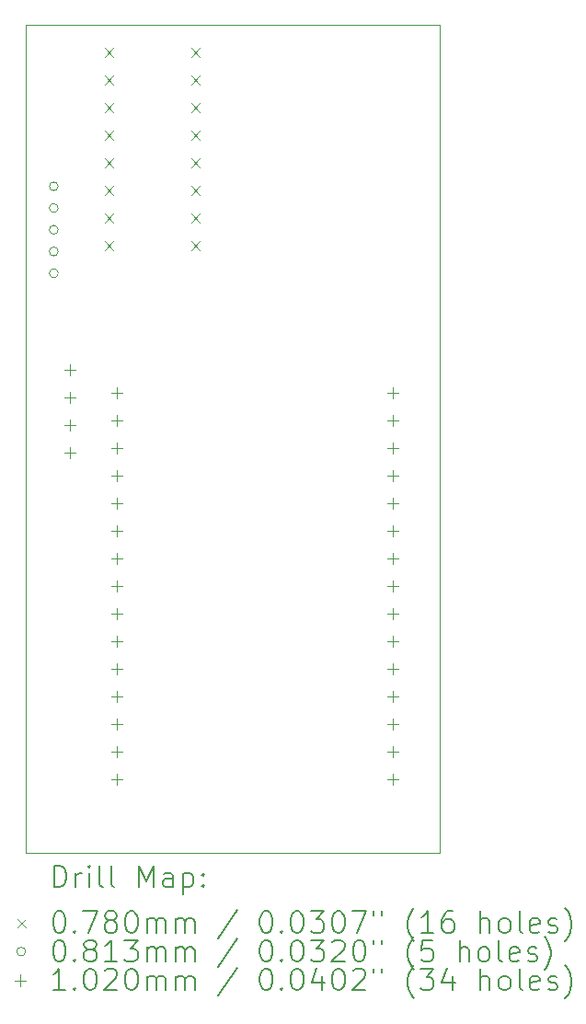
<source format=gbr>
%TF.GenerationSoftware,KiCad,Pcbnew,7.0.9*%
%TF.CreationDate,2023-11-29T15:21:28-05:00*%
%TF.ProjectId,Foodinator,466f6f64-696e-4617-946f-722e6b696361,rev?*%
%TF.SameCoordinates,Original*%
%TF.FileFunction,Drillmap*%
%TF.FilePolarity,Positive*%
%FSLAX45Y45*%
G04 Gerber Fmt 4.5, Leading zero omitted, Abs format (unit mm)*
G04 Created by KiCad (PCBNEW 7.0.9) date 2023-11-29 15:21:28*
%MOMM*%
%LPD*%
G01*
G04 APERTURE LIST*
%ADD10C,0.100000*%
%ADD11C,0.200000*%
%ADD12C,0.102000*%
G04 APERTURE END LIST*
D10*
X12954000Y-13208000D02*
X12954000Y-5588000D01*
X9144000Y-5588000D02*
X9144000Y-13208000D01*
X12954000Y-5588000D02*
X9144000Y-5588000D01*
X9144000Y-13208000D02*
X12954000Y-13208000D01*
D11*
D10*
X9867000Y-5803000D02*
X9945000Y-5881000D01*
X9945000Y-5803000D02*
X9867000Y-5881000D01*
X9867000Y-6057000D02*
X9945000Y-6135000D01*
X9945000Y-6057000D02*
X9867000Y-6135000D01*
X9867000Y-6311000D02*
X9945000Y-6389000D01*
X9945000Y-6311000D02*
X9867000Y-6389000D01*
X9867000Y-6565000D02*
X9945000Y-6643000D01*
X9945000Y-6565000D02*
X9867000Y-6643000D01*
X9867000Y-6819000D02*
X9945000Y-6897000D01*
X9945000Y-6819000D02*
X9867000Y-6897000D01*
X9867000Y-7073000D02*
X9945000Y-7151000D01*
X9945000Y-7073000D02*
X9867000Y-7151000D01*
X9867000Y-7327000D02*
X9945000Y-7405000D01*
X9945000Y-7327000D02*
X9867000Y-7405000D01*
X9867000Y-7581000D02*
X9945000Y-7659000D01*
X9945000Y-7581000D02*
X9867000Y-7659000D01*
X10661000Y-5803000D02*
X10739000Y-5881000D01*
X10739000Y-5803000D02*
X10661000Y-5881000D01*
X10661000Y-6057000D02*
X10739000Y-6135000D01*
X10739000Y-6057000D02*
X10661000Y-6135000D01*
X10661000Y-6311000D02*
X10739000Y-6389000D01*
X10739000Y-6311000D02*
X10661000Y-6389000D01*
X10661000Y-6565000D02*
X10739000Y-6643000D01*
X10739000Y-6565000D02*
X10661000Y-6643000D01*
X10661000Y-6819000D02*
X10739000Y-6897000D01*
X10739000Y-6819000D02*
X10661000Y-6897000D01*
X10661000Y-7073000D02*
X10739000Y-7151000D01*
X10739000Y-7073000D02*
X10661000Y-7151000D01*
X10661000Y-7327000D02*
X10739000Y-7405000D01*
X10739000Y-7327000D02*
X10661000Y-7405000D01*
X10661000Y-7581000D02*
X10739000Y-7659000D01*
X10739000Y-7581000D02*
X10661000Y-7659000D01*
X9438640Y-7074154D02*
G75*
G03*
X9438640Y-7074154I-40640J0D01*
G01*
X9438640Y-7274052D02*
G75*
G03*
X9438640Y-7274052I-40640J0D01*
G01*
X9438640Y-7474204D02*
G75*
G03*
X9438640Y-7474204I-40640J0D01*
G01*
X9438640Y-7673848D02*
G75*
G03*
X9438640Y-7673848I-40640J0D01*
G01*
X9438640Y-7874000D02*
G75*
G03*
X9438640Y-7874000I-40640J0D01*
G01*
D12*
X9548500Y-8712000D02*
X9548500Y-8814000D01*
X9497500Y-8763000D02*
X9599500Y-8763000D01*
X9548500Y-8966000D02*
X9548500Y-9068000D01*
X9497500Y-9017000D02*
X9599500Y-9017000D01*
X9548500Y-9220000D02*
X9548500Y-9322000D01*
X9497500Y-9271000D02*
X9599500Y-9271000D01*
X9548500Y-9474000D02*
X9548500Y-9576000D01*
X9497500Y-9525000D02*
X9599500Y-9525000D01*
X9975500Y-8923500D02*
X9975500Y-9025500D01*
X9924500Y-8974500D02*
X10026500Y-8974500D01*
X9975500Y-9177500D02*
X9975500Y-9279500D01*
X9924500Y-9228500D02*
X10026500Y-9228500D01*
X9975500Y-9431500D02*
X9975500Y-9533500D01*
X9924500Y-9482500D02*
X10026500Y-9482500D01*
X9975500Y-9685500D02*
X9975500Y-9787500D01*
X9924500Y-9736500D02*
X10026500Y-9736500D01*
X9975500Y-9939500D02*
X9975500Y-10041500D01*
X9924500Y-9990500D02*
X10026500Y-9990500D01*
X9975500Y-10193500D02*
X9975500Y-10295500D01*
X9924500Y-10244500D02*
X10026500Y-10244500D01*
X9975500Y-10447500D02*
X9975500Y-10549500D01*
X9924500Y-10498500D02*
X10026500Y-10498500D01*
X9975500Y-10701500D02*
X9975500Y-10803500D01*
X9924500Y-10752500D02*
X10026500Y-10752500D01*
X9975500Y-10955500D02*
X9975500Y-11057500D01*
X9924500Y-11006500D02*
X10026500Y-11006500D01*
X9975500Y-11209500D02*
X9975500Y-11311500D01*
X9924500Y-11260500D02*
X10026500Y-11260500D01*
X9975500Y-11463500D02*
X9975500Y-11565500D01*
X9924500Y-11514500D02*
X10026500Y-11514500D01*
X9975500Y-11717500D02*
X9975500Y-11819500D01*
X9924500Y-11768500D02*
X10026500Y-11768500D01*
X9975500Y-11971500D02*
X9975500Y-12073500D01*
X9924500Y-12022500D02*
X10026500Y-12022500D01*
X9975500Y-12225500D02*
X9975500Y-12327500D01*
X9924500Y-12276500D02*
X10026500Y-12276500D01*
X9975500Y-12479500D02*
X9975500Y-12581500D01*
X9924500Y-12530500D02*
X10026500Y-12530500D01*
X12515500Y-8923500D02*
X12515500Y-9025500D01*
X12464500Y-8974500D02*
X12566500Y-8974500D01*
X12515500Y-9177500D02*
X12515500Y-9279500D01*
X12464500Y-9228500D02*
X12566500Y-9228500D01*
X12515500Y-9431500D02*
X12515500Y-9533500D01*
X12464500Y-9482500D02*
X12566500Y-9482500D01*
X12515500Y-9685500D02*
X12515500Y-9787500D01*
X12464500Y-9736500D02*
X12566500Y-9736500D01*
X12515500Y-9939500D02*
X12515500Y-10041500D01*
X12464500Y-9990500D02*
X12566500Y-9990500D01*
X12515500Y-10193500D02*
X12515500Y-10295500D01*
X12464500Y-10244500D02*
X12566500Y-10244500D01*
X12515500Y-10447500D02*
X12515500Y-10549500D01*
X12464500Y-10498500D02*
X12566500Y-10498500D01*
X12515500Y-10701500D02*
X12515500Y-10803500D01*
X12464500Y-10752500D02*
X12566500Y-10752500D01*
X12515500Y-10955500D02*
X12515500Y-11057500D01*
X12464500Y-11006500D02*
X12566500Y-11006500D01*
X12515500Y-11209500D02*
X12515500Y-11311500D01*
X12464500Y-11260500D02*
X12566500Y-11260500D01*
X12515500Y-11463500D02*
X12515500Y-11565500D01*
X12464500Y-11514500D02*
X12566500Y-11514500D01*
X12515500Y-11717500D02*
X12515500Y-11819500D01*
X12464500Y-11768500D02*
X12566500Y-11768500D01*
X12515500Y-11971500D02*
X12515500Y-12073500D01*
X12464500Y-12022500D02*
X12566500Y-12022500D01*
X12515500Y-12225500D02*
X12515500Y-12327500D01*
X12464500Y-12276500D02*
X12566500Y-12276500D01*
X12515500Y-12479500D02*
X12515500Y-12581500D01*
X12464500Y-12530500D02*
X12566500Y-12530500D01*
D11*
X9399777Y-13524484D02*
X9399777Y-13324484D01*
X9399777Y-13324484D02*
X9447396Y-13324484D01*
X9447396Y-13324484D02*
X9475967Y-13334008D01*
X9475967Y-13334008D02*
X9495015Y-13353055D01*
X9495015Y-13353055D02*
X9504539Y-13372103D01*
X9504539Y-13372103D02*
X9514063Y-13410198D01*
X9514063Y-13410198D02*
X9514063Y-13438769D01*
X9514063Y-13438769D02*
X9504539Y-13476865D01*
X9504539Y-13476865D02*
X9495015Y-13495912D01*
X9495015Y-13495912D02*
X9475967Y-13514960D01*
X9475967Y-13514960D02*
X9447396Y-13524484D01*
X9447396Y-13524484D02*
X9399777Y-13524484D01*
X9599777Y-13524484D02*
X9599777Y-13391150D01*
X9599777Y-13429246D02*
X9609301Y-13410198D01*
X9609301Y-13410198D02*
X9618824Y-13400674D01*
X9618824Y-13400674D02*
X9637872Y-13391150D01*
X9637872Y-13391150D02*
X9656920Y-13391150D01*
X9723586Y-13524484D02*
X9723586Y-13391150D01*
X9723586Y-13324484D02*
X9714063Y-13334008D01*
X9714063Y-13334008D02*
X9723586Y-13343531D01*
X9723586Y-13343531D02*
X9733110Y-13334008D01*
X9733110Y-13334008D02*
X9723586Y-13324484D01*
X9723586Y-13324484D02*
X9723586Y-13343531D01*
X9847396Y-13524484D02*
X9828348Y-13514960D01*
X9828348Y-13514960D02*
X9818824Y-13495912D01*
X9818824Y-13495912D02*
X9818824Y-13324484D01*
X9952158Y-13524484D02*
X9933110Y-13514960D01*
X9933110Y-13514960D02*
X9923586Y-13495912D01*
X9923586Y-13495912D02*
X9923586Y-13324484D01*
X10180729Y-13524484D02*
X10180729Y-13324484D01*
X10180729Y-13324484D02*
X10247396Y-13467341D01*
X10247396Y-13467341D02*
X10314063Y-13324484D01*
X10314063Y-13324484D02*
X10314063Y-13524484D01*
X10495015Y-13524484D02*
X10495015Y-13419722D01*
X10495015Y-13419722D02*
X10485491Y-13400674D01*
X10485491Y-13400674D02*
X10466444Y-13391150D01*
X10466444Y-13391150D02*
X10428348Y-13391150D01*
X10428348Y-13391150D02*
X10409301Y-13400674D01*
X10495015Y-13514960D02*
X10475967Y-13524484D01*
X10475967Y-13524484D02*
X10428348Y-13524484D01*
X10428348Y-13524484D02*
X10409301Y-13514960D01*
X10409301Y-13514960D02*
X10399777Y-13495912D01*
X10399777Y-13495912D02*
X10399777Y-13476865D01*
X10399777Y-13476865D02*
X10409301Y-13457817D01*
X10409301Y-13457817D02*
X10428348Y-13448293D01*
X10428348Y-13448293D02*
X10475967Y-13448293D01*
X10475967Y-13448293D02*
X10495015Y-13438769D01*
X10590253Y-13391150D02*
X10590253Y-13591150D01*
X10590253Y-13400674D02*
X10609301Y-13391150D01*
X10609301Y-13391150D02*
X10647396Y-13391150D01*
X10647396Y-13391150D02*
X10666444Y-13400674D01*
X10666444Y-13400674D02*
X10675967Y-13410198D01*
X10675967Y-13410198D02*
X10685491Y-13429246D01*
X10685491Y-13429246D02*
X10685491Y-13486388D01*
X10685491Y-13486388D02*
X10675967Y-13505436D01*
X10675967Y-13505436D02*
X10666444Y-13514960D01*
X10666444Y-13514960D02*
X10647396Y-13524484D01*
X10647396Y-13524484D02*
X10609301Y-13524484D01*
X10609301Y-13524484D02*
X10590253Y-13514960D01*
X10771205Y-13505436D02*
X10780729Y-13514960D01*
X10780729Y-13514960D02*
X10771205Y-13524484D01*
X10771205Y-13524484D02*
X10761682Y-13514960D01*
X10761682Y-13514960D02*
X10771205Y-13505436D01*
X10771205Y-13505436D02*
X10771205Y-13524484D01*
X10771205Y-13400674D02*
X10780729Y-13410198D01*
X10780729Y-13410198D02*
X10771205Y-13419722D01*
X10771205Y-13419722D02*
X10761682Y-13410198D01*
X10761682Y-13410198D02*
X10771205Y-13400674D01*
X10771205Y-13400674D02*
X10771205Y-13419722D01*
D10*
X9061000Y-13814000D02*
X9139000Y-13892000D01*
X9139000Y-13814000D02*
X9061000Y-13892000D01*
D11*
X9437872Y-13744484D02*
X9456920Y-13744484D01*
X9456920Y-13744484D02*
X9475967Y-13754008D01*
X9475967Y-13754008D02*
X9485491Y-13763531D01*
X9485491Y-13763531D02*
X9495015Y-13782579D01*
X9495015Y-13782579D02*
X9504539Y-13820674D01*
X9504539Y-13820674D02*
X9504539Y-13868293D01*
X9504539Y-13868293D02*
X9495015Y-13906388D01*
X9495015Y-13906388D02*
X9485491Y-13925436D01*
X9485491Y-13925436D02*
X9475967Y-13934960D01*
X9475967Y-13934960D02*
X9456920Y-13944484D01*
X9456920Y-13944484D02*
X9437872Y-13944484D01*
X9437872Y-13944484D02*
X9418824Y-13934960D01*
X9418824Y-13934960D02*
X9409301Y-13925436D01*
X9409301Y-13925436D02*
X9399777Y-13906388D01*
X9399777Y-13906388D02*
X9390253Y-13868293D01*
X9390253Y-13868293D02*
X9390253Y-13820674D01*
X9390253Y-13820674D02*
X9399777Y-13782579D01*
X9399777Y-13782579D02*
X9409301Y-13763531D01*
X9409301Y-13763531D02*
X9418824Y-13754008D01*
X9418824Y-13754008D02*
X9437872Y-13744484D01*
X9590253Y-13925436D02*
X9599777Y-13934960D01*
X9599777Y-13934960D02*
X9590253Y-13944484D01*
X9590253Y-13944484D02*
X9580729Y-13934960D01*
X9580729Y-13934960D02*
X9590253Y-13925436D01*
X9590253Y-13925436D02*
X9590253Y-13944484D01*
X9666444Y-13744484D02*
X9799777Y-13744484D01*
X9799777Y-13744484D02*
X9714063Y-13944484D01*
X9904539Y-13830198D02*
X9885491Y-13820674D01*
X9885491Y-13820674D02*
X9875967Y-13811150D01*
X9875967Y-13811150D02*
X9866444Y-13792103D01*
X9866444Y-13792103D02*
X9866444Y-13782579D01*
X9866444Y-13782579D02*
X9875967Y-13763531D01*
X9875967Y-13763531D02*
X9885491Y-13754008D01*
X9885491Y-13754008D02*
X9904539Y-13744484D01*
X9904539Y-13744484D02*
X9942634Y-13744484D01*
X9942634Y-13744484D02*
X9961682Y-13754008D01*
X9961682Y-13754008D02*
X9971205Y-13763531D01*
X9971205Y-13763531D02*
X9980729Y-13782579D01*
X9980729Y-13782579D02*
X9980729Y-13792103D01*
X9980729Y-13792103D02*
X9971205Y-13811150D01*
X9971205Y-13811150D02*
X9961682Y-13820674D01*
X9961682Y-13820674D02*
X9942634Y-13830198D01*
X9942634Y-13830198D02*
X9904539Y-13830198D01*
X9904539Y-13830198D02*
X9885491Y-13839722D01*
X9885491Y-13839722D02*
X9875967Y-13849246D01*
X9875967Y-13849246D02*
X9866444Y-13868293D01*
X9866444Y-13868293D02*
X9866444Y-13906388D01*
X9866444Y-13906388D02*
X9875967Y-13925436D01*
X9875967Y-13925436D02*
X9885491Y-13934960D01*
X9885491Y-13934960D02*
X9904539Y-13944484D01*
X9904539Y-13944484D02*
X9942634Y-13944484D01*
X9942634Y-13944484D02*
X9961682Y-13934960D01*
X9961682Y-13934960D02*
X9971205Y-13925436D01*
X9971205Y-13925436D02*
X9980729Y-13906388D01*
X9980729Y-13906388D02*
X9980729Y-13868293D01*
X9980729Y-13868293D02*
X9971205Y-13849246D01*
X9971205Y-13849246D02*
X9961682Y-13839722D01*
X9961682Y-13839722D02*
X9942634Y-13830198D01*
X10104539Y-13744484D02*
X10123586Y-13744484D01*
X10123586Y-13744484D02*
X10142634Y-13754008D01*
X10142634Y-13754008D02*
X10152158Y-13763531D01*
X10152158Y-13763531D02*
X10161682Y-13782579D01*
X10161682Y-13782579D02*
X10171205Y-13820674D01*
X10171205Y-13820674D02*
X10171205Y-13868293D01*
X10171205Y-13868293D02*
X10161682Y-13906388D01*
X10161682Y-13906388D02*
X10152158Y-13925436D01*
X10152158Y-13925436D02*
X10142634Y-13934960D01*
X10142634Y-13934960D02*
X10123586Y-13944484D01*
X10123586Y-13944484D02*
X10104539Y-13944484D01*
X10104539Y-13944484D02*
X10085491Y-13934960D01*
X10085491Y-13934960D02*
X10075967Y-13925436D01*
X10075967Y-13925436D02*
X10066444Y-13906388D01*
X10066444Y-13906388D02*
X10056920Y-13868293D01*
X10056920Y-13868293D02*
X10056920Y-13820674D01*
X10056920Y-13820674D02*
X10066444Y-13782579D01*
X10066444Y-13782579D02*
X10075967Y-13763531D01*
X10075967Y-13763531D02*
X10085491Y-13754008D01*
X10085491Y-13754008D02*
X10104539Y-13744484D01*
X10256920Y-13944484D02*
X10256920Y-13811150D01*
X10256920Y-13830198D02*
X10266444Y-13820674D01*
X10266444Y-13820674D02*
X10285491Y-13811150D01*
X10285491Y-13811150D02*
X10314063Y-13811150D01*
X10314063Y-13811150D02*
X10333110Y-13820674D01*
X10333110Y-13820674D02*
X10342634Y-13839722D01*
X10342634Y-13839722D02*
X10342634Y-13944484D01*
X10342634Y-13839722D02*
X10352158Y-13820674D01*
X10352158Y-13820674D02*
X10371205Y-13811150D01*
X10371205Y-13811150D02*
X10399777Y-13811150D01*
X10399777Y-13811150D02*
X10418825Y-13820674D01*
X10418825Y-13820674D02*
X10428348Y-13839722D01*
X10428348Y-13839722D02*
X10428348Y-13944484D01*
X10523586Y-13944484D02*
X10523586Y-13811150D01*
X10523586Y-13830198D02*
X10533110Y-13820674D01*
X10533110Y-13820674D02*
X10552158Y-13811150D01*
X10552158Y-13811150D02*
X10580729Y-13811150D01*
X10580729Y-13811150D02*
X10599777Y-13820674D01*
X10599777Y-13820674D02*
X10609301Y-13839722D01*
X10609301Y-13839722D02*
X10609301Y-13944484D01*
X10609301Y-13839722D02*
X10618825Y-13820674D01*
X10618825Y-13820674D02*
X10637872Y-13811150D01*
X10637872Y-13811150D02*
X10666444Y-13811150D01*
X10666444Y-13811150D02*
X10685491Y-13820674D01*
X10685491Y-13820674D02*
X10695015Y-13839722D01*
X10695015Y-13839722D02*
X10695015Y-13944484D01*
X11085491Y-13734960D02*
X10914063Y-13992103D01*
X11342634Y-13744484D02*
X11361682Y-13744484D01*
X11361682Y-13744484D02*
X11380729Y-13754008D01*
X11380729Y-13754008D02*
X11390253Y-13763531D01*
X11390253Y-13763531D02*
X11399777Y-13782579D01*
X11399777Y-13782579D02*
X11409301Y-13820674D01*
X11409301Y-13820674D02*
X11409301Y-13868293D01*
X11409301Y-13868293D02*
X11399777Y-13906388D01*
X11399777Y-13906388D02*
X11390253Y-13925436D01*
X11390253Y-13925436D02*
X11380729Y-13934960D01*
X11380729Y-13934960D02*
X11361682Y-13944484D01*
X11361682Y-13944484D02*
X11342634Y-13944484D01*
X11342634Y-13944484D02*
X11323586Y-13934960D01*
X11323586Y-13934960D02*
X11314063Y-13925436D01*
X11314063Y-13925436D02*
X11304539Y-13906388D01*
X11304539Y-13906388D02*
X11295015Y-13868293D01*
X11295015Y-13868293D02*
X11295015Y-13820674D01*
X11295015Y-13820674D02*
X11304539Y-13782579D01*
X11304539Y-13782579D02*
X11314063Y-13763531D01*
X11314063Y-13763531D02*
X11323586Y-13754008D01*
X11323586Y-13754008D02*
X11342634Y-13744484D01*
X11495015Y-13925436D02*
X11504539Y-13934960D01*
X11504539Y-13934960D02*
X11495015Y-13944484D01*
X11495015Y-13944484D02*
X11485491Y-13934960D01*
X11485491Y-13934960D02*
X11495015Y-13925436D01*
X11495015Y-13925436D02*
X11495015Y-13944484D01*
X11628348Y-13744484D02*
X11647396Y-13744484D01*
X11647396Y-13744484D02*
X11666444Y-13754008D01*
X11666444Y-13754008D02*
X11675967Y-13763531D01*
X11675967Y-13763531D02*
X11685491Y-13782579D01*
X11685491Y-13782579D02*
X11695015Y-13820674D01*
X11695015Y-13820674D02*
X11695015Y-13868293D01*
X11695015Y-13868293D02*
X11685491Y-13906388D01*
X11685491Y-13906388D02*
X11675967Y-13925436D01*
X11675967Y-13925436D02*
X11666444Y-13934960D01*
X11666444Y-13934960D02*
X11647396Y-13944484D01*
X11647396Y-13944484D02*
X11628348Y-13944484D01*
X11628348Y-13944484D02*
X11609301Y-13934960D01*
X11609301Y-13934960D02*
X11599777Y-13925436D01*
X11599777Y-13925436D02*
X11590253Y-13906388D01*
X11590253Y-13906388D02*
X11580729Y-13868293D01*
X11580729Y-13868293D02*
X11580729Y-13820674D01*
X11580729Y-13820674D02*
X11590253Y-13782579D01*
X11590253Y-13782579D02*
X11599777Y-13763531D01*
X11599777Y-13763531D02*
X11609301Y-13754008D01*
X11609301Y-13754008D02*
X11628348Y-13744484D01*
X11761682Y-13744484D02*
X11885491Y-13744484D01*
X11885491Y-13744484D02*
X11818825Y-13820674D01*
X11818825Y-13820674D02*
X11847396Y-13820674D01*
X11847396Y-13820674D02*
X11866444Y-13830198D01*
X11866444Y-13830198D02*
X11875967Y-13839722D01*
X11875967Y-13839722D02*
X11885491Y-13858769D01*
X11885491Y-13858769D02*
X11885491Y-13906388D01*
X11885491Y-13906388D02*
X11875967Y-13925436D01*
X11875967Y-13925436D02*
X11866444Y-13934960D01*
X11866444Y-13934960D02*
X11847396Y-13944484D01*
X11847396Y-13944484D02*
X11790253Y-13944484D01*
X11790253Y-13944484D02*
X11771206Y-13934960D01*
X11771206Y-13934960D02*
X11761682Y-13925436D01*
X12009301Y-13744484D02*
X12028348Y-13744484D01*
X12028348Y-13744484D02*
X12047396Y-13754008D01*
X12047396Y-13754008D02*
X12056920Y-13763531D01*
X12056920Y-13763531D02*
X12066444Y-13782579D01*
X12066444Y-13782579D02*
X12075967Y-13820674D01*
X12075967Y-13820674D02*
X12075967Y-13868293D01*
X12075967Y-13868293D02*
X12066444Y-13906388D01*
X12066444Y-13906388D02*
X12056920Y-13925436D01*
X12056920Y-13925436D02*
X12047396Y-13934960D01*
X12047396Y-13934960D02*
X12028348Y-13944484D01*
X12028348Y-13944484D02*
X12009301Y-13944484D01*
X12009301Y-13944484D02*
X11990253Y-13934960D01*
X11990253Y-13934960D02*
X11980729Y-13925436D01*
X11980729Y-13925436D02*
X11971206Y-13906388D01*
X11971206Y-13906388D02*
X11961682Y-13868293D01*
X11961682Y-13868293D02*
X11961682Y-13820674D01*
X11961682Y-13820674D02*
X11971206Y-13782579D01*
X11971206Y-13782579D02*
X11980729Y-13763531D01*
X11980729Y-13763531D02*
X11990253Y-13754008D01*
X11990253Y-13754008D02*
X12009301Y-13744484D01*
X12142634Y-13744484D02*
X12275967Y-13744484D01*
X12275967Y-13744484D02*
X12190253Y-13944484D01*
X12342634Y-13744484D02*
X12342634Y-13782579D01*
X12418825Y-13744484D02*
X12418825Y-13782579D01*
X12714063Y-14020674D02*
X12704539Y-14011150D01*
X12704539Y-14011150D02*
X12685491Y-13982579D01*
X12685491Y-13982579D02*
X12675968Y-13963531D01*
X12675968Y-13963531D02*
X12666444Y-13934960D01*
X12666444Y-13934960D02*
X12656920Y-13887341D01*
X12656920Y-13887341D02*
X12656920Y-13849246D01*
X12656920Y-13849246D02*
X12666444Y-13801627D01*
X12666444Y-13801627D02*
X12675968Y-13773055D01*
X12675968Y-13773055D02*
X12685491Y-13754008D01*
X12685491Y-13754008D02*
X12704539Y-13725436D01*
X12704539Y-13725436D02*
X12714063Y-13715912D01*
X12895015Y-13944484D02*
X12780729Y-13944484D01*
X12837872Y-13944484D02*
X12837872Y-13744484D01*
X12837872Y-13744484D02*
X12818825Y-13773055D01*
X12818825Y-13773055D02*
X12799777Y-13792103D01*
X12799777Y-13792103D02*
X12780729Y-13801627D01*
X13066444Y-13744484D02*
X13028348Y-13744484D01*
X13028348Y-13744484D02*
X13009301Y-13754008D01*
X13009301Y-13754008D02*
X12999777Y-13763531D01*
X12999777Y-13763531D02*
X12980729Y-13792103D01*
X12980729Y-13792103D02*
X12971206Y-13830198D01*
X12971206Y-13830198D02*
X12971206Y-13906388D01*
X12971206Y-13906388D02*
X12980729Y-13925436D01*
X12980729Y-13925436D02*
X12990253Y-13934960D01*
X12990253Y-13934960D02*
X13009301Y-13944484D01*
X13009301Y-13944484D02*
X13047396Y-13944484D01*
X13047396Y-13944484D02*
X13066444Y-13934960D01*
X13066444Y-13934960D02*
X13075968Y-13925436D01*
X13075968Y-13925436D02*
X13085491Y-13906388D01*
X13085491Y-13906388D02*
X13085491Y-13858769D01*
X13085491Y-13858769D02*
X13075968Y-13839722D01*
X13075968Y-13839722D02*
X13066444Y-13830198D01*
X13066444Y-13830198D02*
X13047396Y-13820674D01*
X13047396Y-13820674D02*
X13009301Y-13820674D01*
X13009301Y-13820674D02*
X12990253Y-13830198D01*
X12990253Y-13830198D02*
X12980729Y-13839722D01*
X12980729Y-13839722D02*
X12971206Y-13858769D01*
X13323587Y-13944484D02*
X13323587Y-13744484D01*
X13409301Y-13944484D02*
X13409301Y-13839722D01*
X13409301Y-13839722D02*
X13399777Y-13820674D01*
X13399777Y-13820674D02*
X13380730Y-13811150D01*
X13380730Y-13811150D02*
X13352158Y-13811150D01*
X13352158Y-13811150D02*
X13333110Y-13820674D01*
X13333110Y-13820674D02*
X13323587Y-13830198D01*
X13533110Y-13944484D02*
X13514063Y-13934960D01*
X13514063Y-13934960D02*
X13504539Y-13925436D01*
X13504539Y-13925436D02*
X13495015Y-13906388D01*
X13495015Y-13906388D02*
X13495015Y-13849246D01*
X13495015Y-13849246D02*
X13504539Y-13830198D01*
X13504539Y-13830198D02*
X13514063Y-13820674D01*
X13514063Y-13820674D02*
X13533110Y-13811150D01*
X13533110Y-13811150D02*
X13561682Y-13811150D01*
X13561682Y-13811150D02*
X13580730Y-13820674D01*
X13580730Y-13820674D02*
X13590253Y-13830198D01*
X13590253Y-13830198D02*
X13599777Y-13849246D01*
X13599777Y-13849246D02*
X13599777Y-13906388D01*
X13599777Y-13906388D02*
X13590253Y-13925436D01*
X13590253Y-13925436D02*
X13580730Y-13934960D01*
X13580730Y-13934960D02*
X13561682Y-13944484D01*
X13561682Y-13944484D02*
X13533110Y-13944484D01*
X13714063Y-13944484D02*
X13695015Y-13934960D01*
X13695015Y-13934960D02*
X13685491Y-13915912D01*
X13685491Y-13915912D02*
X13685491Y-13744484D01*
X13866444Y-13934960D02*
X13847396Y-13944484D01*
X13847396Y-13944484D02*
X13809301Y-13944484D01*
X13809301Y-13944484D02*
X13790253Y-13934960D01*
X13790253Y-13934960D02*
X13780730Y-13915912D01*
X13780730Y-13915912D02*
X13780730Y-13839722D01*
X13780730Y-13839722D02*
X13790253Y-13820674D01*
X13790253Y-13820674D02*
X13809301Y-13811150D01*
X13809301Y-13811150D02*
X13847396Y-13811150D01*
X13847396Y-13811150D02*
X13866444Y-13820674D01*
X13866444Y-13820674D02*
X13875968Y-13839722D01*
X13875968Y-13839722D02*
X13875968Y-13858769D01*
X13875968Y-13858769D02*
X13780730Y-13877817D01*
X13952158Y-13934960D02*
X13971206Y-13944484D01*
X13971206Y-13944484D02*
X14009301Y-13944484D01*
X14009301Y-13944484D02*
X14028349Y-13934960D01*
X14028349Y-13934960D02*
X14037872Y-13915912D01*
X14037872Y-13915912D02*
X14037872Y-13906388D01*
X14037872Y-13906388D02*
X14028349Y-13887341D01*
X14028349Y-13887341D02*
X14009301Y-13877817D01*
X14009301Y-13877817D02*
X13980730Y-13877817D01*
X13980730Y-13877817D02*
X13961682Y-13868293D01*
X13961682Y-13868293D02*
X13952158Y-13849246D01*
X13952158Y-13849246D02*
X13952158Y-13839722D01*
X13952158Y-13839722D02*
X13961682Y-13820674D01*
X13961682Y-13820674D02*
X13980730Y-13811150D01*
X13980730Y-13811150D02*
X14009301Y-13811150D01*
X14009301Y-13811150D02*
X14028349Y-13820674D01*
X14104539Y-14020674D02*
X14114063Y-14011150D01*
X14114063Y-14011150D02*
X14133111Y-13982579D01*
X14133111Y-13982579D02*
X14142634Y-13963531D01*
X14142634Y-13963531D02*
X14152158Y-13934960D01*
X14152158Y-13934960D02*
X14161682Y-13887341D01*
X14161682Y-13887341D02*
X14161682Y-13849246D01*
X14161682Y-13849246D02*
X14152158Y-13801627D01*
X14152158Y-13801627D02*
X14142634Y-13773055D01*
X14142634Y-13773055D02*
X14133111Y-13754008D01*
X14133111Y-13754008D02*
X14114063Y-13725436D01*
X14114063Y-13725436D02*
X14104539Y-13715912D01*
D10*
X9139000Y-14117000D02*
G75*
G03*
X9139000Y-14117000I-40640J0D01*
G01*
D11*
X9437872Y-14008484D02*
X9456920Y-14008484D01*
X9456920Y-14008484D02*
X9475967Y-14018008D01*
X9475967Y-14018008D02*
X9485491Y-14027531D01*
X9485491Y-14027531D02*
X9495015Y-14046579D01*
X9495015Y-14046579D02*
X9504539Y-14084674D01*
X9504539Y-14084674D02*
X9504539Y-14132293D01*
X9504539Y-14132293D02*
X9495015Y-14170388D01*
X9495015Y-14170388D02*
X9485491Y-14189436D01*
X9485491Y-14189436D02*
X9475967Y-14198960D01*
X9475967Y-14198960D02*
X9456920Y-14208484D01*
X9456920Y-14208484D02*
X9437872Y-14208484D01*
X9437872Y-14208484D02*
X9418824Y-14198960D01*
X9418824Y-14198960D02*
X9409301Y-14189436D01*
X9409301Y-14189436D02*
X9399777Y-14170388D01*
X9399777Y-14170388D02*
X9390253Y-14132293D01*
X9390253Y-14132293D02*
X9390253Y-14084674D01*
X9390253Y-14084674D02*
X9399777Y-14046579D01*
X9399777Y-14046579D02*
X9409301Y-14027531D01*
X9409301Y-14027531D02*
X9418824Y-14018008D01*
X9418824Y-14018008D02*
X9437872Y-14008484D01*
X9590253Y-14189436D02*
X9599777Y-14198960D01*
X9599777Y-14198960D02*
X9590253Y-14208484D01*
X9590253Y-14208484D02*
X9580729Y-14198960D01*
X9580729Y-14198960D02*
X9590253Y-14189436D01*
X9590253Y-14189436D02*
X9590253Y-14208484D01*
X9714063Y-14094198D02*
X9695015Y-14084674D01*
X9695015Y-14084674D02*
X9685491Y-14075150D01*
X9685491Y-14075150D02*
X9675967Y-14056103D01*
X9675967Y-14056103D02*
X9675967Y-14046579D01*
X9675967Y-14046579D02*
X9685491Y-14027531D01*
X9685491Y-14027531D02*
X9695015Y-14018008D01*
X9695015Y-14018008D02*
X9714063Y-14008484D01*
X9714063Y-14008484D02*
X9752158Y-14008484D01*
X9752158Y-14008484D02*
X9771205Y-14018008D01*
X9771205Y-14018008D02*
X9780729Y-14027531D01*
X9780729Y-14027531D02*
X9790253Y-14046579D01*
X9790253Y-14046579D02*
X9790253Y-14056103D01*
X9790253Y-14056103D02*
X9780729Y-14075150D01*
X9780729Y-14075150D02*
X9771205Y-14084674D01*
X9771205Y-14084674D02*
X9752158Y-14094198D01*
X9752158Y-14094198D02*
X9714063Y-14094198D01*
X9714063Y-14094198D02*
X9695015Y-14103722D01*
X9695015Y-14103722D02*
X9685491Y-14113246D01*
X9685491Y-14113246D02*
X9675967Y-14132293D01*
X9675967Y-14132293D02*
X9675967Y-14170388D01*
X9675967Y-14170388D02*
X9685491Y-14189436D01*
X9685491Y-14189436D02*
X9695015Y-14198960D01*
X9695015Y-14198960D02*
X9714063Y-14208484D01*
X9714063Y-14208484D02*
X9752158Y-14208484D01*
X9752158Y-14208484D02*
X9771205Y-14198960D01*
X9771205Y-14198960D02*
X9780729Y-14189436D01*
X9780729Y-14189436D02*
X9790253Y-14170388D01*
X9790253Y-14170388D02*
X9790253Y-14132293D01*
X9790253Y-14132293D02*
X9780729Y-14113246D01*
X9780729Y-14113246D02*
X9771205Y-14103722D01*
X9771205Y-14103722D02*
X9752158Y-14094198D01*
X9980729Y-14208484D02*
X9866444Y-14208484D01*
X9923586Y-14208484D02*
X9923586Y-14008484D01*
X9923586Y-14008484D02*
X9904539Y-14037055D01*
X9904539Y-14037055D02*
X9885491Y-14056103D01*
X9885491Y-14056103D02*
X9866444Y-14065627D01*
X10047396Y-14008484D02*
X10171205Y-14008484D01*
X10171205Y-14008484D02*
X10104539Y-14084674D01*
X10104539Y-14084674D02*
X10133110Y-14084674D01*
X10133110Y-14084674D02*
X10152158Y-14094198D01*
X10152158Y-14094198D02*
X10161682Y-14103722D01*
X10161682Y-14103722D02*
X10171205Y-14122769D01*
X10171205Y-14122769D02*
X10171205Y-14170388D01*
X10171205Y-14170388D02*
X10161682Y-14189436D01*
X10161682Y-14189436D02*
X10152158Y-14198960D01*
X10152158Y-14198960D02*
X10133110Y-14208484D01*
X10133110Y-14208484D02*
X10075967Y-14208484D01*
X10075967Y-14208484D02*
X10056920Y-14198960D01*
X10056920Y-14198960D02*
X10047396Y-14189436D01*
X10256920Y-14208484D02*
X10256920Y-14075150D01*
X10256920Y-14094198D02*
X10266444Y-14084674D01*
X10266444Y-14084674D02*
X10285491Y-14075150D01*
X10285491Y-14075150D02*
X10314063Y-14075150D01*
X10314063Y-14075150D02*
X10333110Y-14084674D01*
X10333110Y-14084674D02*
X10342634Y-14103722D01*
X10342634Y-14103722D02*
X10342634Y-14208484D01*
X10342634Y-14103722D02*
X10352158Y-14084674D01*
X10352158Y-14084674D02*
X10371205Y-14075150D01*
X10371205Y-14075150D02*
X10399777Y-14075150D01*
X10399777Y-14075150D02*
X10418825Y-14084674D01*
X10418825Y-14084674D02*
X10428348Y-14103722D01*
X10428348Y-14103722D02*
X10428348Y-14208484D01*
X10523586Y-14208484D02*
X10523586Y-14075150D01*
X10523586Y-14094198D02*
X10533110Y-14084674D01*
X10533110Y-14084674D02*
X10552158Y-14075150D01*
X10552158Y-14075150D02*
X10580729Y-14075150D01*
X10580729Y-14075150D02*
X10599777Y-14084674D01*
X10599777Y-14084674D02*
X10609301Y-14103722D01*
X10609301Y-14103722D02*
X10609301Y-14208484D01*
X10609301Y-14103722D02*
X10618825Y-14084674D01*
X10618825Y-14084674D02*
X10637872Y-14075150D01*
X10637872Y-14075150D02*
X10666444Y-14075150D01*
X10666444Y-14075150D02*
X10685491Y-14084674D01*
X10685491Y-14084674D02*
X10695015Y-14103722D01*
X10695015Y-14103722D02*
X10695015Y-14208484D01*
X11085491Y-13998960D02*
X10914063Y-14256103D01*
X11342634Y-14008484D02*
X11361682Y-14008484D01*
X11361682Y-14008484D02*
X11380729Y-14018008D01*
X11380729Y-14018008D02*
X11390253Y-14027531D01*
X11390253Y-14027531D02*
X11399777Y-14046579D01*
X11399777Y-14046579D02*
X11409301Y-14084674D01*
X11409301Y-14084674D02*
X11409301Y-14132293D01*
X11409301Y-14132293D02*
X11399777Y-14170388D01*
X11399777Y-14170388D02*
X11390253Y-14189436D01*
X11390253Y-14189436D02*
X11380729Y-14198960D01*
X11380729Y-14198960D02*
X11361682Y-14208484D01*
X11361682Y-14208484D02*
X11342634Y-14208484D01*
X11342634Y-14208484D02*
X11323586Y-14198960D01*
X11323586Y-14198960D02*
X11314063Y-14189436D01*
X11314063Y-14189436D02*
X11304539Y-14170388D01*
X11304539Y-14170388D02*
X11295015Y-14132293D01*
X11295015Y-14132293D02*
X11295015Y-14084674D01*
X11295015Y-14084674D02*
X11304539Y-14046579D01*
X11304539Y-14046579D02*
X11314063Y-14027531D01*
X11314063Y-14027531D02*
X11323586Y-14018008D01*
X11323586Y-14018008D02*
X11342634Y-14008484D01*
X11495015Y-14189436D02*
X11504539Y-14198960D01*
X11504539Y-14198960D02*
X11495015Y-14208484D01*
X11495015Y-14208484D02*
X11485491Y-14198960D01*
X11485491Y-14198960D02*
X11495015Y-14189436D01*
X11495015Y-14189436D02*
X11495015Y-14208484D01*
X11628348Y-14008484D02*
X11647396Y-14008484D01*
X11647396Y-14008484D02*
X11666444Y-14018008D01*
X11666444Y-14018008D02*
X11675967Y-14027531D01*
X11675967Y-14027531D02*
X11685491Y-14046579D01*
X11685491Y-14046579D02*
X11695015Y-14084674D01*
X11695015Y-14084674D02*
X11695015Y-14132293D01*
X11695015Y-14132293D02*
X11685491Y-14170388D01*
X11685491Y-14170388D02*
X11675967Y-14189436D01*
X11675967Y-14189436D02*
X11666444Y-14198960D01*
X11666444Y-14198960D02*
X11647396Y-14208484D01*
X11647396Y-14208484D02*
X11628348Y-14208484D01*
X11628348Y-14208484D02*
X11609301Y-14198960D01*
X11609301Y-14198960D02*
X11599777Y-14189436D01*
X11599777Y-14189436D02*
X11590253Y-14170388D01*
X11590253Y-14170388D02*
X11580729Y-14132293D01*
X11580729Y-14132293D02*
X11580729Y-14084674D01*
X11580729Y-14084674D02*
X11590253Y-14046579D01*
X11590253Y-14046579D02*
X11599777Y-14027531D01*
X11599777Y-14027531D02*
X11609301Y-14018008D01*
X11609301Y-14018008D02*
X11628348Y-14008484D01*
X11761682Y-14008484D02*
X11885491Y-14008484D01*
X11885491Y-14008484D02*
X11818825Y-14084674D01*
X11818825Y-14084674D02*
X11847396Y-14084674D01*
X11847396Y-14084674D02*
X11866444Y-14094198D01*
X11866444Y-14094198D02*
X11875967Y-14103722D01*
X11875967Y-14103722D02*
X11885491Y-14122769D01*
X11885491Y-14122769D02*
X11885491Y-14170388D01*
X11885491Y-14170388D02*
X11875967Y-14189436D01*
X11875967Y-14189436D02*
X11866444Y-14198960D01*
X11866444Y-14198960D02*
X11847396Y-14208484D01*
X11847396Y-14208484D02*
X11790253Y-14208484D01*
X11790253Y-14208484D02*
X11771206Y-14198960D01*
X11771206Y-14198960D02*
X11761682Y-14189436D01*
X11961682Y-14027531D02*
X11971206Y-14018008D01*
X11971206Y-14018008D02*
X11990253Y-14008484D01*
X11990253Y-14008484D02*
X12037872Y-14008484D01*
X12037872Y-14008484D02*
X12056920Y-14018008D01*
X12056920Y-14018008D02*
X12066444Y-14027531D01*
X12066444Y-14027531D02*
X12075967Y-14046579D01*
X12075967Y-14046579D02*
X12075967Y-14065627D01*
X12075967Y-14065627D02*
X12066444Y-14094198D01*
X12066444Y-14094198D02*
X11952158Y-14208484D01*
X11952158Y-14208484D02*
X12075967Y-14208484D01*
X12199777Y-14008484D02*
X12218825Y-14008484D01*
X12218825Y-14008484D02*
X12237872Y-14018008D01*
X12237872Y-14018008D02*
X12247396Y-14027531D01*
X12247396Y-14027531D02*
X12256920Y-14046579D01*
X12256920Y-14046579D02*
X12266444Y-14084674D01*
X12266444Y-14084674D02*
X12266444Y-14132293D01*
X12266444Y-14132293D02*
X12256920Y-14170388D01*
X12256920Y-14170388D02*
X12247396Y-14189436D01*
X12247396Y-14189436D02*
X12237872Y-14198960D01*
X12237872Y-14198960D02*
X12218825Y-14208484D01*
X12218825Y-14208484D02*
X12199777Y-14208484D01*
X12199777Y-14208484D02*
X12180729Y-14198960D01*
X12180729Y-14198960D02*
X12171206Y-14189436D01*
X12171206Y-14189436D02*
X12161682Y-14170388D01*
X12161682Y-14170388D02*
X12152158Y-14132293D01*
X12152158Y-14132293D02*
X12152158Y-14084674D01*
X12152158Y-14084674D02*
X12161682Y-14046579D01*
X12161682Y-14046579D02*
X12171206Y-14027531D01*
X12171206Y-14027531D02*
X12180729Y-14018008D01*
X12180729Y-14018008D02*
X12199777Y-14008484D01*
X12342634Y-14008484D02*
X12342634Y-14046579D01*
X12418825Y-14008484D02*
X12418825Y-14046579D01*
X12714063Y-14284674D02*
X12704539Y-14275150D01*
X12704539Y-14275150D02*
X12685491Y-14246579D01*
X12685491Y-14246579D02*
X12675968Y-14227531D01*
X12675968Y-14227531D02*
X12666444Y-14198960D01*
X12666444Y-14198960D02*
X12656920Y-14151341D01*
X12656920Y-14151341D02*
X12656920Y-14113246D01*
X12656920Y-14113246D02*
X12666444Y-14065627D01*
X12666444Y-14065627D02*
X12675968Y-14037055D01*
X12675968Y-14037055D02*
X12685491Y-14018008D01*
X12685491Y-14018008D02*
X12704539Y-13989436D01*
X12704539Y-13989436D02*
X12714063Y-13979912D01*
X12885491Y-14008484D02*
X12790253Y-14008484D01*
X12790253Y-14008484D02*
X12780729Y-14103722D01*
X12780729Y-14103722D02*
X12790253Y-14094198D01*
X12790253Y-14094198D02*
X12809301Y-14084674D01*
X12809301Y-14084674D02*
X12856920Y-14084674D01*
X12856920Y-14084674D02*
X12875968Y-14094198D01*
X12875968Y-14094198D02*
X12885491Y-14103722D01*
X12885491Y-14103722D02*
X12895015Y-14122769D01*
X12895015Y-14122769D02*
X12895015Y-14170388D01*
X12895015Y-14170388D02*
X12885491Y-14189436D01*
X12885491Y-14189436D02*
X12875968Y-14198960D01*
X12875968Y-14198960D02*
X12856920Y-14208484D01*
X12856920Y-14208484D02*
X12809301Y-14208484D01*
X12809301Y-14208484D02*
X12790253Y-14198960D01*
X12790253Y-14198960D02*
X12780729Y-14189436D01*
X13133110Y-14208484D02*
X13133110Y-14008484D01*
X13218825Y-14208484D02*
X13218825Y-14103722D01*
X13218825Y-14103722D02*
X13209301Y-14084674D01*
X13209301Y-14084674D02*
X13190253Y-14075150D01*
X13190253Y-14075150D02*
X13161682Y-14075150D01*
X13161682Y-14075150D02*
X13142634Y-14084674D01*
X13142634Y-14084674D02*
X13133110Y-14094198D01*
X13342634Y-14208484D02*
X13323587Y-14198960D01*
X13323587Y-14198960D02*
X13314063Y-14189436D01*
X13314063Y-14189436D02*
X13304539Y-14170388D01*
X13304539Y-14170388D02*
X13304539Y-14113246D01*
X13304539Y-14113246D02*
X13314063Y-14094198D01*
X13314063Y-14094198D02*
X13323587Y-14084674D01*
X13323587Y-14084674D02*
X13342634Y-14075150D01*
X13342634Y-14075150D02*
X13371206Y-14075150D01*
X13371206Y-14075150D02*
X13390253Y-14084674D01*
X13390253Y-14084674D02*
X13399777Y-14094198D01*
X13399777Y-14094198D02*
X13409301Y-14113246D01*
X13409301Y-14113246D02*
X13409301Y-14170388D01*
X13409301Y-14170388D02*
X13399777Y-14189436D01*
X13399777Y-14189436D02*
X13390253Y-14198960D01*
X13390253Y-14198960D02*
X13371206Y-14208484D01*
X13371206Y-14208484D02*
X13342634Y-14208484D01*
X13523587Y-14208484D02*
X13504539Y-14198960D01*
X13504539Y-14198960D02*
X13495015Y-14179912D01*
X13495015Y-14179912D02*
X13495015Y-14008484D01*
X13675968Y-14198960D02*
X13656920Y-14208484D01*
X13656920Y-14208484D02*
X13618825Y-14208484D01*
X13618825Y-14208484D02*
X13599777Y-14198960D01*
X13599777Y-14198960D02*
X13590253Y-14179912D01*
X13590253Y-14179912D02*
X13590253Y-14103722D01*
X13590253Y-14103722D02*
X13599777Y-14084674D01*
X13599777Y-14084674D02*
X13618825Y-14075150D01*
X13618825Y-14075150D02*
X13656920Y-14075150D01*
X13656920Y-14075150D02*
X13675968Y-14084674D01*
X13675968Y-14084674D02*
X13685491Y-14103722D01*
X13685491Y-14103722D02*
X13685491Y-14122769D01*
X13685491Y-14122769D02*
X13590253Y-14141817D01*
X13761682Y-14198960D02*
X13780730Y-14208484D01*
X13780730Y-14208484D02*
X13818825Y-14208484D01*
X13818825Y-14208484D02*
X13837872Y-14198960D01*
X13837872Y-14198960D02*
X13847396Y-14179912D01*
X13847396Y-14179912D02*
X13847396Y-14170388D01*
X13847396Y-14170388D02*
X13837872Y-14151341D01*
X13837872Y-14151341D02*
X13818825Y-14141817D01*
X13818825Y-14141817D02*
X13790253Y-14141817D01*
X13790253Y-14141817D02*
X13771206Y-14132293D01*
X13771206Y-14132293D02*
X13761682Y-14113246D01*
X13761682Y-14113246D02*
X13761682Y-14103722D01*
X13761682Y-14103722D02*
X13771206Y-14084674D01*
X13771206Y-14084674D02*
X13790253Y-14075150D01*
X13790253Y-14075150D02*
X13818825Y-14075150D01*
X13818825Y-14075150D02*
X13837872Y-14084674D01*
X13914063Y-14284674D02*
X13923587Y-14275150D01*
X13923587Y-14275150D02*
X13942634Y-14246579D01*
X13942634Y-14246579D02*
X13952158Y-14227531D01*
X13952158Y-14227531D02*
X13961682Y-14198960D01*
X13961682Y-14198960D02*
X13971206Y-14151341D01*
X13971206Y-14151341D02*
X13971206Y-14113246D01*
X13971206Y-14113246D02*
X13961682Y-14065627D01*
X13961682Y-14065627D02*
X13952158Y-14037055D01*
X13952158Y-14037055D02*
X13942634Y-14018008D01*
X13942634Y-14018008D02*
X13923587Y-13989436D01*
X13923587Y-13989436D02*
X13914063Y-13979912D01*
D12*
X9088000Y-14330000D02*
X9088000Y-14432000D01*
X9037000Y-14381000D02*
X9139000Y-14381000D01*
D11*
X9504539Y-14472484D02*
X9390253Y-14472484D01*
X9447396Y-14472484D02*
X9447396Y-14272484D01*
X9447396Y-14272484D02*
X9428348Y-14301055D01*
X9428348Y-14301055D02*
X9409301Y-14320103D01*
X9409301Y-14320103D02*
X9390253Y-14329627D01*
X9590253Y-14453436D02*
X9599777Y-14462960D01*
X9599777Y-14462960D02*
X9590253Y-14472484D01*
X9590253Y-14472484D02*
X9580729Y-14462960D01*
X9580729Y-14462960D02*
X9590253Y-14453436D01*
X9590253Y-14453436D02*
X9590253Y-14472484D01*
X9723586Y-14272484D02*
X9742634Y-14272484D01*
X9742634Y-14272484D02*
X9761682Y-14282008D01*
X9761682Y-14282008D02*
X9771205Y-14291531D01*
X9771205Y-14291531D02*
X9780729Y-14310579D01*
X9780729Y-14310579D02*
X9790253Y-14348674D01*
X9790253Y-14348674D02*
X9790253Y-14396293D01*
X9790253Y-14396293D02*
X9780729Y-14434388D01*
X9780729Y-14434388D02*
X9771205Y-14453436D01*
X9771205Y-14453436D02*
X9761682Y-14462960D01*
X9761682Y-14462960D02*
X9742634Y-14472484D01*
X9742634Y-14472484D02*
X9723586Y-14472484D01*
X9723586Y-14472484D02*
X9704539Y-14462960D01*
X9704539Y-14462960D02*
X9695015Y-14453436D01*
X9695015Y-14453436D02*
X9685491Y-14434388D01*
X9685491Y-14434388D02*
X9675967Y-14396293D01*
X9675967Y-14396293D02*
X9675967Y-14348674D01*
X9675967Y-14348674D02*
X9685491Y-14310579D01*
X9685491Y-14310579D02*
X9695015Y-14291531D01*
X9695015Y-14291531D02*
X9704539Y-14282008D01*
X9704539Y-14282008D02*
X9723586Y-14272484D01*
X9866444Y-14291531D02*
X9875967Y-14282008D01*
X9875967Y-14282008D02*
X9895015Y-14272484D01*
X9895015Y-14272484D02*
X9942634Y-14272484D01*
X9942634Y-14272484D02*
X9961682Y-14282008D01*
X9961682Y-14282008D02*
X9971205Y-14291531D01*
X9971205Y-14291531D02*
X9980729Y-14310579D01*
X9980729Y-14310579D02*
X9980729Y-14329627D01*
X9980729Y-14329627D02*
X9971205Y-14358198D01*
X9971205Y-14358198D02*
X9856920Y-14472484D01*
X9856920Y-14472484D02*
X9980729Y-14472484D01*
X10104539Y-14272484D02*
X10123586Y-14272484D01*
X10123586Y-14272484D02*
X10142634Y-14282008D01*
X10142634Y-14282008D02*
X10152158Y-14291531D01*
X10152158Y-14291531D02*
X10161682Y-14310579D01*
X10161682Y-14310579D02*
X10171205Y-14348674D01*
X10171205Y-14348674D02*
X10171205Y-14396293D01*
X10171205Y-14396293D02*
X10161682Y-14434388D01*
X10161682Y-14434388D02*
X10152158Y-14453436D01*
X10152158Y-14453436D02*
X10142634Y-14462960D01*
X10142634Y-14462960D02*
X10123586Y-14472484D01*
X10123586Y-14472484D02*
X10104539Y-14472484D01*
X10104539Y-14472484D02*
X10085491Y-14462960D01*
X10085491Y-14462960D02*
X10075967Y-14453436D01*
X10075967Y-14453436D02*
X10066444Y-14434388D01*
X10066444Y-14434388D02*
X10056920Y-14396293D01*
X10056920Y-14396293D02*
X10056920Y-14348674D01*
X10056920Y-14348674D02*
X10066444Y-14310579D01*
X10066444Y-14310579D02*
X10075967Y-14291531D01*
X10075967Y-14291531D02*
X10085491Y-14282008D01*
X10085491Y-14282008D02*
X10104539Y-14272484D01*
X10256920Y-14472484D02*
X10256920Y-14339150D01*
X10256920Y-14358198D02*
X10266444Y-14348674D01*
X10266444Y-14348674D02*
X10285491Y-14339150D01*
X10285491Y-14339150D02*
X10314063Y-14339150D01*
X10314063Y-14339150D02*
X10333110Y-14348674D01*
X10333110Y-14348674D02*
X10342634Y-14367722D01*
X10342634Y-14367722D02*
X10342634Y-14472484D01*
X10342634Y-14367722D02*
X10352158Y-14348674D01*
X10352158Y-14348674D02*
X10371205Y-14339150D01*
X10371205Y-14339150D02*
X10399777Y-14339150D01*
X10399777Y-14339150D02*
X10418825Y-14348674D01*
X10418825Y-14348674D02*
X10428348Y-14367722D01*
X10428348Y-14367722D02*
X10428348Y-14472484D01*
X10523586Y-14472484D02*
X10523586Y-14339150D01*
X10523586Y-14358198D02*
X10533110Y-14348674D01*
X10533110Y-14348674D02*
X10552158Y-14339150D01*
X10552158Y-14339150D02*
X10580729Y-14339150D01*
X10580729Y-14339150D02*
X10599777Y-14348674D01*
X10599777Y-14348674D02*
X10609301Y-14367722D01*
X10609301Y-14367722D02*
X10609301Y-14472484D01*
X10609301Y-14367722D02*
X10618825Y-14348674D01*
X10618825Y-14348674D02*
X10637872Y-14339150D01*
X10637872Y-14339150D02*
X10666444Y-14339150D01*
X10666444Y-14339150D02*
X10685491Y-14348674D01*
X10685491Y-14348674D02*
X10695015Y-14367722D01*
X10695015Y-14367722D02*
X10695015Y-14472484D01*
X11085491Y-14262960D02*
X10914063Y-14520103D01*
X11342634Y-14272484D02*
X11361682Y-14272484D01*
X11361682Y-14272484D02*
X11380729Y-14282008D01*
X11380729Y-14282008D02*
X11390253Y-14291531D01*
X11390253Y-14291531D02*
X11399777Y-14310579D01*
X11399777Y-14310579D02*
X11409301Y-14348674D01*
X11409301Y-14348674D02*
X11409301Y-14396293D01*
X11409301Y-14396293D02*
X11399777Y-14434388D01*
X11399777Y-14434388D02*
X11390253Y-14453436D01*
X11390253Y-14453436D02*
X11380729Y-14462960D01*
X11380729Y-14462960D02*
X11361682Y-14472484D01*
X11361682Y-14472484D02*
X11342634Y-14472484D01*
X11342634Y-14472484D02*
X11323586Y-14462960D01*
X11323586Y-14462960D02*
X11314063Y-14453436D01*
X11314063Y-14453436D02*
X11304539Y-14434388D01*
X11304539Y-14434388D02*
X11295015Y-14396293D01*
X11295015Y-14396293D02*
X11295015Y-14348674D01*
X11295015Y-14348674D02*
X11304539Y-14310579D01*
X11304539Y-14310579D02*
X11314063Y-14291531D01*
X11314063Y-14291531D02*
X11323586Y-14282008D01*
X11323586Y-14282008D02*
X11342634Y-14272484D01*
X11495015Y-14453436D02*
X11504539Y-14462960D01*
X11504539Y-14462960D02*
X11495015Y-14472484D01*
X11495015Y-14472484D02*
X11485491Y-14462960D01*
X11485491Y-14462960D02*
X11495015Y-14453436D01*
X11495015Y-14453436D02*
X11495015Y-14472484D01*
X11628348Y-14272484D02*
X11647396Y-14272484D01*
X11647396Y-14272484D02*
X11666444Y-14282008D01*
X11666444Y-14282008D02*
X11675967Y-14291531D01*
X11675967Y-14291531D02*
X11685491Y-14310579D01*
X11685491Y-14310579D02*
X11695015Y-14348674D01*
X11695015Y-14348674D02*
X11695015Y-14396293D01*
X11695015Y-14396293D02*
X11685491Y-14434388D01*
X11685491Y-14434388D02*
X11675967Y-14453436D01*
X11675967Y-14453436D02*
X11666444Y-14462960D01*
X11666444Y-14462960D02*
X11647396Y-14472484D01*
X11647396Y-14472484D02*
X11628348Y-14472484D01*
X11628348Y-14472484D02*
X11609301Y-14462960D01*
X11609301Y-14462960D02*
X11599777Y-14453436D01*
X11599777Y-14453436D02*
X11590253Y-14434388D01*
X11590253Y-14434388D02*
X11580729Y-14396293D01*
X11580729Y-14396293D02*
X11580729Y-14348674D01*
X11580729Y-14348674D02*
X11590253Y-14310579D01*
X11590253Y-14310579D02*
X11599777Y-14291531D01*
X11599777Y-14291531D02*
X11609301Y-14282008D01*
X11609301Y-14282008D02*
X11628348Y-14272484D01*
X11866444Y-14339150D02*
X11866444Y-14472484D01*
X11818825Y-14262960D02*
X11771206Y-14405817D01*
X11771206Y-14405817D02*
X11895015Y-14405817D01*
X12009301Y-14272484D02*
X12028348Y-14272484D01*
X12028348Y-14272484D02*
X12047396Y-14282008D01*
X12047396Y-14282008D02*
X12056920Y-14291531D01*
X12056920Y-14291531D02*
X12066444Y-14310579D01*
X12066444Y-14310579D02*
X12075967Y-14348674D01*
X12075967Y-14348674D02*
X12075967Y-14396293D01*
X12075967Y-14396293D02*
X12066444Y-14434388D01*
X12066444Y-14434388D02*
X12056920Y-14453436D01*
X12056920Y-14453436D02*
X12047396Y-14462960D01*
X12047396Y-14462960D02*
X12028348Y-14472484D01*
X12028348Y-14472484D02*
X12009301Y-14472484D01*
X12009301Y-14472484D02*
X11990253Y-14462960D01*
X11990253Y-14462960D02*
X11980729Y-14453436D01*
X11980729Y-14453436D02*
X11971206Y-14434388D01*
X11971206Y-14434388D02*
X11961682Y-14396293D01*
X11961682Y-14396293D02*
X11961682Y-14348674D01*
X11961682Y-14348674D02*
X11971206Y-14310579D01*
X11971206Y-14310579D02*
X11980729Y-14291531D01*
X11980729Y-14291531D02*
X11990253Y-14282008D01*
X11990253Y-14282008D02*
X12009301Y-14272484D01*
X12152158Y-14291531D02*
X12161682Y-14282008D01*
X12161682Y-14282008D02*
X12180729Y-14272484D01*
X12180729Y-14272484D02*
X12228348Y-14272484D01*
X12228348Y-14272484D02*
X12247396Y-14282008D01*
X12247396Y-14282008D02*
X12256920Y-14291531D01*
X12256920Y-14291531D02*
X12266444Y-14310579D01*
X12266444Y-14310579D02*
X12266444Y-14329627D01*
X12266444Y-14329627D02*
X12256920Y-14358198D01*
X12256920Y-14358198D02*
X12142634Y-14472484D01*
X12142634Y-14472484D02*
X12266444Y-14472484D01*
X12342634Y-14272484D02*
X12342634Y-14310579D01*
X12418825Y-14272484D02*
X12418825Y-14310579D01*
X12714063Y-14548674D02*
X12704539Y-14539150D01*
X12704539Y-14539150D02*
X12685491Y-14510579D01*
X12685491Y-14510579D02*
X12675968Y-14491531D01*
X12675968Y-14491531D02*
X12666444Y-14462960D01*
X12666444Y-14462960D02*
X12656920Y-14415341D01*
X12656920Y-14415341D02*
X12656920Y-14377246D01*
X12656920Y-14377246D02*
X12666444Y-14329627D01*
X12666444Y-14329627D02*
X12675968Y-14301055D01*
X12675968Y-14301055D02*
X12685491Y-14282008D01*
X12685491Y-14282008D02*
X12704539Y-14253436D01*
X12704539Y-14253436D02*
X12714063Y-14243912D01*
X12771206Y-14272484D02*
X12895015Y-14272484D01*
X12895015Y-14272484D02*
X12828348Y-14348674D01*
X12828348Y-14348674D02*
X12856920Y-14348674D01*
X12856920Y-14348674D02*
X12875968Y-14358198D01*
X12875968Y-14358198D02*
X12885491Y-14367722D01*
X12885491Y-14367722D02*
X12895015Y-14386769D01*
X12895015Y-14386769D02*
X12895015Y-14434388D01*
X12895015Y-14434388D02*
X12885491Y-14453436D01*
X12885491Y-14453436D02*
X12875968Y-14462960D01*
X12875968Y-14462960D02*
X12856920Y-14472484D01*
X12856920Y-14472484D02*
X12799777Y-14472484D01*
X12799777Y-14472484D02*
X12780729Y-14462960D01*
X12780729Y-14462960D02*
X12771206Y-14453436D01*
X13066444Y-14339150D02*
X13066444Y-14472484D01*
X13018825Y-14262960D02*
X12971206Y-14405817D01*
X12971206Y-14405817D02*
X13095015Y-14405817D01*
X13323587Y-14472484D02*
X13323587Y-14272484D01*
X13409301Y-14472484D02*
X13409301Y-14367722D01*
X13409301Y-14367722D02*
X13399777Y-14348674D01*
X13399777Y-14348674D02*
X13380730Y-14339150D01*
X13380730Y-14339150D02*
X13352158Y-14339150D01*
X13352158Y-14339150D02*
X13333110Y-14348674D01*
X13333110Y-14348674D02*
X13323587Y-14358198D01*
X13533110Y-14472484D02*
X13514063Y-14462960D01*
X13514063Y-14462960D02*
X13504539Y-14453436D01*
X13504539Y-14453436D02*
X13495015Y-14434388D01*
X13495015Y-14434388D02*
X13495015Y-14377246D01*
X13495015Y-14377246D02*
X13504539Y-14358198D01*
X13504539Y-14358198D02*
X13514063Y-14348674D01*
X13514063Y-14348674D02*
X13533110Y-14339150D01*
X13533110Y-14339150D02*
X13561682Y-14339150D01*
X13561682Y-14339150D02*
X13580730Y-14348674D01*
X13580730Y-14348674D02*
X13590253Y-14358198D01*
X13590253Y-14358198D02*
X13599777Y-14377246D01*
X13599777Y-14377246D02*
X13599777Y-14434388D01*
X13599777Y-14434388D02*
X13590253Y-14453436D01*
X13590253Y-14453436D02*
X13580730Y-14462960D01*
X13580730Y-14462960D02*
X13561682Y-14472484D01*
X13561682Y-14472484D02*
X13533110Y-14472484D01*
X13714063Y-14472484D02*
X13695015Y-14462960D01*
X13695015Y-14462960D02*
X13685491Y-14443912D01*
X13685491Y-14443912D02*
X13685491Y-14272484D01*
X13866444Y-14462960D02*
X13847396Y-14472484D01*
X13847396Y-14472484D02*
X13809301Y-14472484D01*
X13809301Y-14472484D02*
X13790253Y-14462960D01*
X13790253Y-14462960D02*
X13780730Y-14443912D01*
X13780730Y-14443912D02*
X13780730Y-14367722D01*
X13780730Y-14367722D02*
X13790253Y-14348674D01*
X13790253Y-14348674D02*
X13809301Y-14339150D01*
X13809301Y-14339150D02*
X13847396Y-14339150D01*
X13847396Y-14339150D02*
X13866444Y-14348674D01*
X13866444Y-14348674D02*
X13875968Y-14367722D01*
X13875968Y-14367722D02*
X13875968Y-14386769D01*
X13875968Y-14386769D02*
X13780730Y-14405817D01*
X13952158Y-14462960D02*
X13971206Y-14472484D01*
X13971206Y-14472484D02*
X14009301Y-14472484D01*
X14009301Y-14472484D02*
X14028349Y-14462960D01*
X14028349Y-14462960D02*
X14037872Y-14443912D01*
X14037872Y-14443912D02*
X14037872Y-14434388D01*
X14037872Y-14434388D02*
X14028349Y-14415341D01*
X14028349Y-14415341D02*
X14009301Y-14405817D01*
X14009301Y-14405817D02*
X13980730Y-14405817D01*
X13980730Y-14405817D02*
X13961682Y-14396293D01*
X13961682Y-14396293D02*
X13952158Y-14377246D01*
X13952158Y-14377246D02*
X13952158Y-14367722D01*
X13952158Y-14367722D02*
X13961682Y-14348674D01*
X13961682Y-14348674D02*
X13980730Y-14339150D01*
X13980730Y-14339150D02*
X14009301Y-14339150D01*
X14009301Y-14339150D02*
X14028349Y-14348674D01*
X14104539Y-14548674D02*
X14114063Y-14539150D01*
X14114063Y-14539150D02*
X14133111Y-14510579D01*
X14133111Y-14510579D02*
X14142634Y-14491531D01*
X14142634Y-14491531D02*
X14152158Y-14462960D01*
X14152158Y-14462960D02*
X14161682Y-14415341D01*
X14161682Y-14415341D02*
X14161682Y-14377246D01*
X14161682Y-14377246D02*
X14152158Y-14329627D01*
X14152158Y-14329627D02*
X14142634Y-14301055D01*
X14142634Y-14301055D02*
X14133111Y-14282008D01*
X14133111Y-14282008D02*
X14114063Y-14253436D01*
X14114063Y-14253436D02*
X14104539Y-14243912D01*
M02*

</source>
